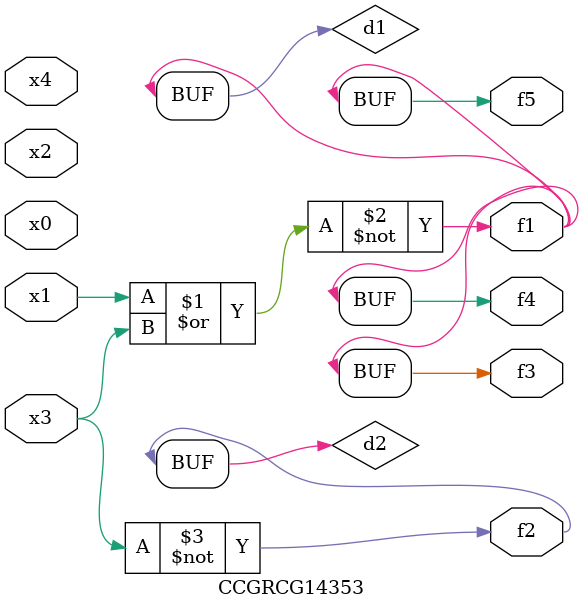
<source format=v>
module CCGRCG14353(
	input x0, x1, x2, x3, x4,
	output f1, f2, f3, f4, f5
);

	wire d1, d2;

	nor (d1, x1, x3);
	not (d2, x3);
	assign f1 = d1;
	assign f2 = d2;
	assign f3 = d1;
	assign f4 = d1;
	assign f5 = d1;
endmodule

</source>
